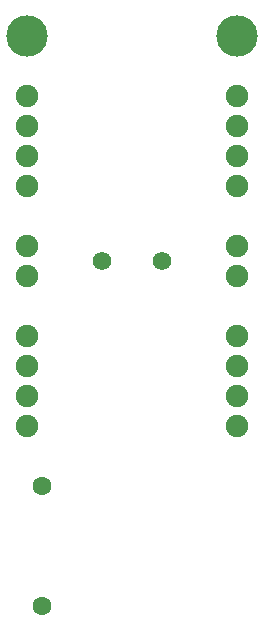
<source format=gbr>
G04 EAGLE Gerber RS-274X export*
G75*
%MOMM*%
%FSLAX34Y34*%
%LPD*%
%INSoldermask Bottom*%
%IPPOS*%
%AMOC8*
5,1,8,0,0,1.08239X$1,22.5*%
G01*
%ADD10C,1.903200*%
%ADD11C,1.603200*%
%ADD12C,1.574800*%
%ADD13C,3.505200*%


D10*
X203200Y457200D03*
X203200Y431800D03*
X203200Y406400D03*
X203200Y381000D03*
X203200Y330200D03*
X203200Y304800D03*
X203200Y254000D03*
X203200Y228600D03*
X203200Y203200D03*
X203200Y177800D03*
X25400Y177800D03*
X25400Y203200D03*
X25400Y228600D03*
X25400Y254000D03*
X25400Y304800D03*
X25400Y330200D03*
X25400Y381000D03*
X25400Y406400D03*
X25400Y431800D03*
X25400Y457200D03*
D11*
X38100Y127000D03*
X38100Y25400D03*
D12*
X139300Y317500D03*
X89300Y317500D03*
D13*
X25400Y508000D03*
X203200Y508000D03*
M02*

</source>
